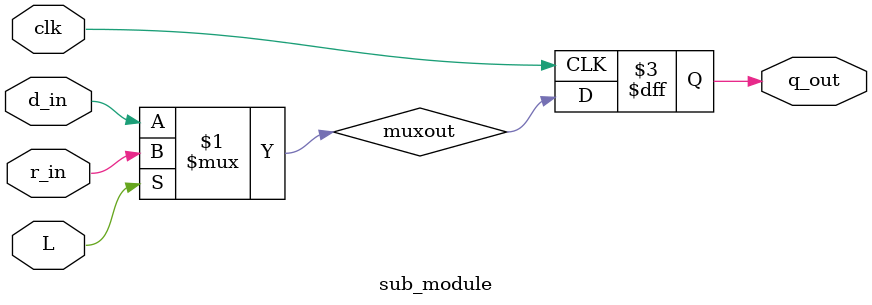
<source format=v>
module top_module 
(
	input	[2:0]	SW,      // R
	input 	[1:0]	KEY,     // L and clk
    
	output	[2:0]	LEDR
);  // Q

    wire	[2:0]	r_t;
    wire	[2:0]	q_t;
    wire			clock;
    wire			load_t;
    
    assign	clock	=	KEY[0];
    assign	load_t	=	KEY[1];
    assign	r_t		=	SW;
    assign	LEDR	=	q_t;
    
    sub_module stage0 ( .clk(clock), .L(load_t), .r_in(r_t[0]), .d_in(q_t[2]), .q_out(q_t[0]) );
    sub_module stage1 ( .clk(clock), .L(load_t), .r_in(r_t[1]), .d_in(q_t[0]), .q_out(q_t[1]) );
    sub_module stage2 ( .clk(clock), .L(load_t), .r_in(r_t[2]), .d_in(q_t[2]^q_t[1]), .q_out(q_t[2]) );

endmodule

module sub_module 
(
	input 			clk,
	input 			L,
	input 			r_in,
	input 			d_in,
    
	output reg		q_out
);
    
    wire 			muxout;
    
    assign muxout = ( L ) ? r_in : d_in;
    
    always @ (posedge clk) begin
       	q_out	<=	muxout;
    end // always

endmodule

</source>
